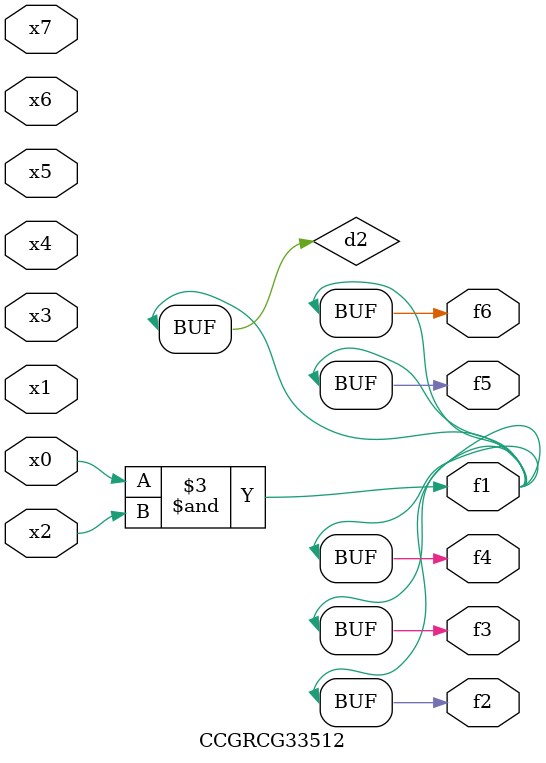
<source format=v>
module CCGRCG33512(
	input x0, x1, x2, x3, x4, x5, x6, x7,
	output f1, f2, f3, f4, f5, f6
);

	wire d1, d2;

	nor (d1, x3, x6);
	and (d2, x0, x2);
	assign f1 = d2;
	assign f2 = d2;
	assign f3 = d2;
	assign f4 = d2;
	assign f5 = d2;
	assign f6 = d2;
endmodule

</source>
